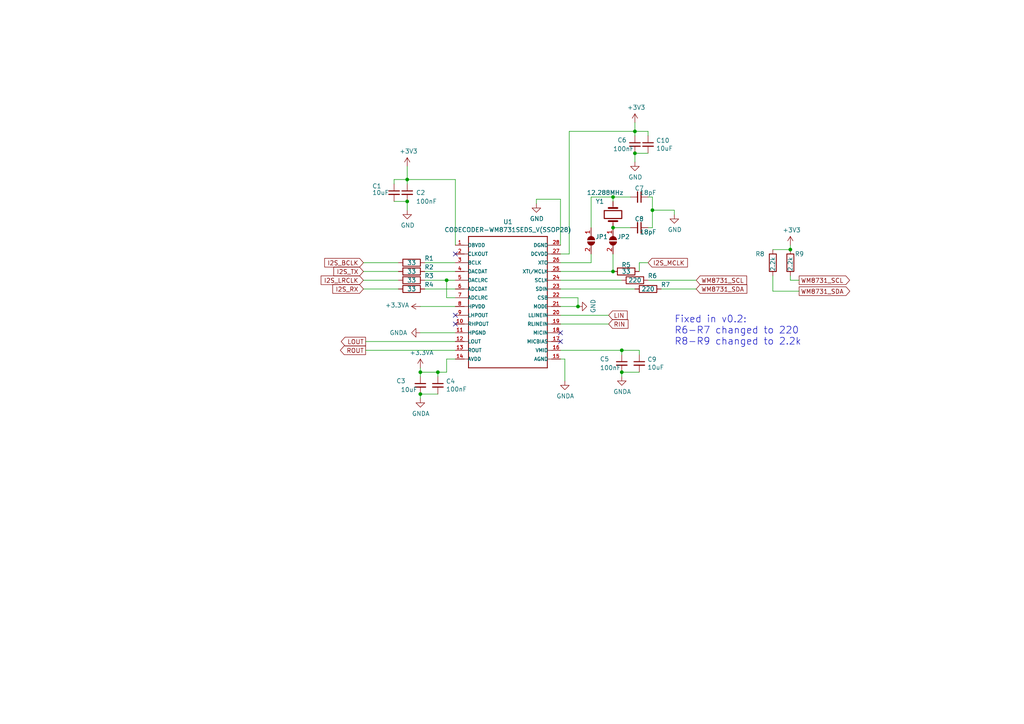
<source format=kicad_sch>
(kicad_sch (version 20211123) (generator eeschema)
  (paper "A4")
  (lib_symbols
    (symbol "Device:C_Small" (pin_numbers hide) (pin_names (offset 0.254) hide)
      (property "Reference" "C" (at 0.254 1.778 0))
      (property "Value" "C_Small" (at 0.254 -2.032 0))
      (symbol "C_Small_0_1"
        (polyline (pts (xy -1.524 -0.508) (xy 1.524 -0.508)) (stroke (width 0.3302)))
        (polyline (pts (xy -1.524 0.508) (xy 1.524 0.508)) (stroke (width 0.3048)))
      )
      (symbol "C_Small_1_1"
        (pin passive line (at 0 2.54 270) (length 2.032) (name "~") (number "1"))
        (pin passive line (at 0 -2.54 90) (length 2.032) (name "~") (number "2"))
      )
    )
    (symbol "Device:Crystal" (pin_numbers hide) (pin_names (offset 1.016) hide)
      (property "Reference" "Y" (at 0 3.81 0))
      (property "Value" "Crystal" (at 0 -3.81 0))
      (symbol "Crystal_0_1"
        (rectangle (start -1.143 2.54) (end 1.143 -2.54) (stroke (width 0.3048)))
        (polyline (pts (xy -2.54 0) (xy -1.905 0)))
        (polyline (pts (xy -1.905 -1.27) (xy -1.905 1.27)) (stroke (width 0.508)))
        (polyline (pts (xy 1.905 -1.27) (xy 1.905 1.27)) (stroke (width 0.508)))
        (polyline (pts (xy 2.54 0) (xy 1.905 0)))
      )
      (symbol "Crystal_1_1"
        (pin passive line (at -3.81 0 0) (length 1.27) (name "1") (number "1"))
        (pin passive line (at 3.81 0 180) (length 1.27) (name "2") (number "2"))
      )
    )
    (symbol "Device:R" (pin_numbers hide) (pin_names (offset 0))
      (property "Reference" "R" (at 2.032 0 90))
      (property "Value" "R" (at 0 0 90))
      (symbol "R_0_1"
        (rectangle (start -1.016 -2.54) (end 1.016 2.54) (stroke (width 0.254)))
      )
      (symbol "R_1_1"
        (pin passive line (at 0 3.81 270) (length 1.27) (name "~") (number "1"))
        (pin passive line (at 0 -3.81 90) (length 1.27) (name "~") (number "2"))
      )
    )
    (symbol "Jumper:SolderJumper_2_Open" (pin_names (offset 0) hide)
      (property "Reference" "JP" (at 0 2.032 0))
      (property "Value" "SolderJumper_2_Open" (at 0 -2.54 0))
      (symbol "SolderJumper_2_Open_0_1"
        (arc (start -0.254 1.016) (mid -1.27 0) (end -0.254 -1.016))
        (arc (start -0.254 1.016) (mid -1.27 0) (end -0.254 -1.016) (fill (type outline)))
        (polyline (pts (xy -0.254 1.016) (xy -0.254 -1.016)))
        (polyline (pts (xy 0.254 1.016) (xy 0.254 -1.016)))
        (arc (start 0.254 -1.016) (mid 1.27 0) (end 0.254 1.016))
        (arc (start 0.254 -1.016) (mid 1.27 0) (end 0.254 1.016) (fill (type outline)))
      )
      (symbol "SolderJumper_2_Open_1_1"
        (pin passive line (at -3.81 0 0) (length 2.54) (name "A") (number "1"))
        (pin passive line (at 3.81 0 180) (length 2.54) (name "B") (number "2"))
      )
    )
    (symbol "WM8731SEDS_V_SSOP28_:CODECODER-WM8731SEDS_V(SSOP28)" (pin_names (offset 1.016))
      (property "Reference" "U" (at -1.905 19.685 0))
      (property "Value" "CODECODER-WM8731SEDS_V(SSOP28)" (at -11.43 -21.59 0))
      (symbol "CODECODER-WM8731SEDS_V(SSOP28)_0_0"
        (polyline (pts (xy -13.97 -16.51) (xy -12.7 -16.51)) (stroke (width 0.1524)))
        (polyline (pts (xy -13.97 -13.97) (xy -12.7 -13.97)) (stroke (width 0.1524)))
        (polyline (pts (xy -13.97 -11.43) (xy -12.7 -11.43)) (stroke (width 0.1524)))
        (polyline (pts (xy -13.97 -8.89) (xy -12.7 -8.89)) (stroke (width 0.1524)))
        (polyline (pts (xy -13.97 -6.35) (xy -12.7 -6.35)) (stroke (width 0.1524)))
        (polyline (pts (xy -13.97 -3.81) (xy -12.7 -3.81)) (stroke (width 0.1524)))
        (polyline (pts (xy -13.97 -1.27) (xy -12.7 -1.27)) (stroke (width 0.1524)))
        (polyline (pts (xy -13.97 1.27) (xy -12.7 1.27)) (stroke (width 0.1524)))
        (polyline (pts (xy -13.97 3.81) (xy -12.7 3.81)) (stroke (width 0.1524)))
        (polyline (pts (xy -13.97 6.35) (xy -12.7 6.35)) (stroke (width 0.1524)))
        (polyline (pts (xy -13.97 8.89) (xy -12.7 8.89)) (stroke (width 0.1524)))
        (polyline (pts (xy -13.97 11.43) (xy -12.7 11.43)) (stroke (width 0.1524)))
        (polyline (pts (xy -13.97 13.97) (xy -12.7 13.97)) (stroke (width 0.1524)))
        (polyline (pts (xy -13.97 16.51) (xy -12.7 16.51)) (stroke (width 0.1524)))
        (polyline (pts (xy -12.7 -19.05) (xy -12.7 -16.51)) (stroke (width 0.254)))
        (polyline (pts (xy -12.7 -16.51) (xy -12.7 -13.97)) (stroke (width 0.254)))
        (polyline (pts (xy -12.7 -13.97) (xy -12.7 3.81)) (stroke (width 0.254)))
        (polyline (pts (xy -12.7 3.81) (xy -12.7 6.35)) (stroke (width 0.254)))
        (polyline (pts (xy -12.7 6.35) (xy -12.7 8.89)) (stroke (width 0.254)))
        (polyline (pts (xy -12.7 8.89) (xy -12.7 11.43)) (stroke (width 0.254)))
        (polyline (pts (xy -12.7 11.43) (xy -12.7 13.97)) (stroke (width 0.254)))
        (polyline (pts (xy -12.7 13.97) (xy -12.7 16.51)) (stroke (width 0.254)))
        (polyline (pts (xy -12.7 16.51) (xy -12.7 19.05)) (stroke (width 0.254)))
        (polyline (pts (xy -12.7 19.05) (xy 10.16 19.05)) (stroke (width 0.254)))
        (polyline (pts (xy 10.16 -19.05) (xy -12.7 -19.05)) (stroke (width 0.254)))
        (polyline (pts (xy 10.16 -16.51) (xy 11.43 -16.51)) (stroke (width 0.1524)))
        (polyline (pts (xy 10.16 -13.97) (xy 11.43 -13.97)) (stroke (width 0.1524)))
        (polyline (pts (xy 10.16 -11.43) (xy 11.43 -11.43)) (stroke (width 0.1524)))
        (polyline (pts (xy 10.16 -8.89) (xy 11.43 -8.89)) (stroke (width 0.1524)))
        (polyline (pts (xy 10.16 -6.35) (xy 11.43 -6.35)) (stroke (width 0.1524)))
        (polyline (pts (xy 10.16 -3.81) (xy 11.43 -3.81)) (stroke (width 0.1524)))
        (polyline (pts (xy 10.16 -1.27) (xy 11.43 -1.27)) (stroke (width 0.1524)))
        (polyline (pts (xy 10.16 1.27) (xy 11.43 1.27)) (stroke (width 0.1524)))
        (polyline (pts (xy 10.16 3.81) (xy 11.43 3.81)) (stroke (width 0.1524)))
        (polyline (pts (xy 10.16 6.35) (xy 11.43 6.35)) (stroke (width 0.1524)))
        (polyline (pts (xy 10.16 8.89) (xy 11.43 8.89)) (stroke (width 0.1524)))
        (polyline (pts (xy 10.16 11.43) (xy 11.43 11.43)) (stroke (width 0.1524)))
        (polyline (pts (xy 10.16 13.97) (xy 11.43 13.97)) (stroke (width 0.1524)))
        (polyline (pts (xy 10.16 16.51) (xy 11.43 16.51)) (stroke (width 0.1524)))
        (polyline (pts (xy 10.16 19.05) (xy 10.16 -19.05)) (stroke (width 0.254)))
        (pin power_in line (at -16.51 16.51 0) (length 2.54) (name "DBVDD") (number "1"))
        (pin bidirectional line (at -16.51 -6.35 0) (length 2.54) (name "RHPOUT") (number "10"))
        (pin power_in line (at -16.51 -8.89 0) (length 2.54) (name "HPGND") (number "11"))
        (pin output line (at -16.51 -11.43 0) (length 2.54) (name "LOUT") (number "12"))
        (pin output line (at -16.51 -13.97 0) (length 2.54) (name "ROUT") (number "13"))
        (pin power_in line (at -16.51 -16.51 0) (length 2.54) (name "AVDD") (number "14"))
        (pin power_in line (at 13.97 -16.51 180) (length 2.54) (name "AGND") (number "15"))
        (pin bidirectional line (at 13.97 -13.97 180) (length 2.54) (name "VMID") (number "16"))
        (pin bidirectional line (at 13.97 -11.43 180) (length 2.54) (name "MICBIAS") (number "17"))
        (pin input line (at 13.97 -8.89 180) (length 2.54) (name "MICIN") (number "18"))
        (pin input line (at 13.97 -6.35 180) (length 2.54) (name "RLINEIN") (number "19"))
        (pin bidirectional line (at -16.51 13.97 0) (length 2.54) (name "CLKOUT") (number "2"))
        (pin input line (at 13.97 -3.81 180) (length 2.54) (name "LLINEIN") (number "20"))
        (pin bidirectional line (at 13.97 -1.27 180) (length 2.54) (name "MODE") (number "21"))
        (pin bidirectional line (at 13.97 1.27 180) (length 2.54) (name "CSB") (number "22"))
        (pin bidirectional line (at 13.97 3.81 180) (length 2.54) (name "SDIN") (number "23"))
        (pin bidirectional line (at 13.97 6.35 180) (length 2.54) (name "SCLK") (number "24"))
        (pin bidirectional line (at 13.97 8.89 180) (length 2.54) (name "XTI/MCLK") (number "25"))
        (pin bidirectional line (at 13.97 11.43 180) (length 2.54) (name "XTO") (number "26"))
        (pin power_in line (at 13.97 13.97 180) (length 2.54) (name "DCVDD") (number "27"))
        (pin power_in line (at 13.97 16.51 180) (length 2.54) (name "DGND") (number "28"))
        (pin bidirectional line (at -16.51 11.43 0) (length 2.54) (name "BCLK") (number "3"))
        (pin bidirectional line (at -16.51 8.89 0) (length 2.54) (name "DACDAT") (number "4"))
        (pin bidirectional line (at -16.51 6.35 0) (length 2.54) (name "DACLRC") (number "5"))
        (pin bidirectional line (at -16.51 3.81 0) (length 2.54) (name "ADCDAT") (number "6"))
        (pin bidirectional line (at -16.51 1.27 0) (length 2.54) (name "ADCLRC") (number "7"))
        (pin power_in line (at -16.51 -1.27 0) (length 2.54) (name "HPVDD") (number "8"))
        (pin bidirectional line (at -16.51 -3.81 0) (length 2.54) (name "LHPOUT") (number "9"))
      )
    )
    (symbol "power:+3.3V" (power) (pin_names (offset 0))
      (property "Value" "+3.3V" (at 0 3.556 0))
      (symbol "+3.3V_0_1"
        (polyline (pts (xy -0.762 1.27) (xy 0 2.54)))
        (polyline (pts (xy 0 0) (xy 0 2.54)))
        (polyline (pts (xy 0 2.54) (xy 0.762 1.27)))
      )
      (symbol "+3.3V_1_1"
        (pin power_in line (at 0 0 90) (length 0) hide (name "+3V3") (number "1"))
      )
    )
    (symbol "power:+3.3VA" (power) (pin_names (offset 0))
      (property "Value" "+3.3VA" (at 0 3.556 0))
      (symbol "+3.3VA_0_1"
        (polyline (pts (xy -0.762 1.27) (xy 0 2.54)))
        (polyline (pts (xy 0 0) (xy 0 2.54)))
        (polyline (pts (xy 0 2.54) (xy 0.762 1.27)))
      )
      (symbol "+3.3VA_1_1"
        (pin power_in line (at 0 0 90) (length 0) hide (name "+3.3VA") (number "1"))
      )
    )
    (symbol "power:GND" (power) (pin_names (offset 0))
      (property "Value" "GND" (at 0 -3.81 0))
      (symbol "GND_0_1"
        (polyline (pts (xy 0 0) (xy 0 -1.27) (xy 1.27 -1.27) (xy 0 -2.54) (xy -1.27 -1.27) (xy 0 -1.27)))
      )
      (symbol "GND_1_1"
        (pin power_in line (at 0 0 270) (length 0) hide (name "GND") (number "1"))
      )
    )
    (symbol "power:GNDA" (power) (pin_names (offset 0))
      (property "Value" "GNDA" (at 0 -3.81 0))
      (symbol "GNDA_0_1"
        (polyline (pts (xy 0 0) (xy 0 -1.27) (xy 1.27 -1.27) (xy 0 -2.54) (xy -1.27 -1.27) (xy 0 -1.27)))
      )
      (symbol "GNDA_1_1"
        (pin power_in line (at 0 0 270) (length 0) hide (name "GNDA") (number "1"))
      )
    )
  )
  (junction (at 167.64 88.9))
  (junction (at 118.11 52.07))
  (junction (at 177.8 78.74))
  (junction (at 177.8 57.15))
  (junction (at 177.8 66.04))
  (junction (at 229.235 72.39))
  (junction (at 118.11 58.42))
  (junction (at 121.92 114.3))
  (junction (at 189.23 60.96))
  (junction (at 184.15 44.45))
  (junction (at 180.34 101.6))
  (junction (at 121.92 107.95))
  (junction (at 180.34 107.95))
  (junction (at 129.54 81.28))
  (junction (at 184.15 38.1))
  (junction (at 127 107.95))
  (no_connect (at 132.08 91.44))
  (no_connect (at 132.08 93.98))
  (no_connect (at 162.56 99.06))
  (no_connect (at 162.56 96.52))
  (no_connect (at 132.08 73.66))
  (wire (pts (xy 118.11 58.42) (xy 114.3 58.42)))
  (wire (pts (xy 195.58 60.96) (xy 195.58 62.23)))
  (wire (pts (xy 162.56 78.74) (xy 177.8 78.74)))
  (wire (pts (xy 129.54 107.95) (xy 127 107.95)))
  (wire (pts (xy 177.8 66.04) (xy 182.88 66.04)))
  (wire (pts (xy 224.155 84.455) (xy 231.775 84.455)))
  (wire (pts (xy 162.56 88.9) (xy 167.64 88.9)))
  (wire (pts (xy 121.92 115.57) (xy 121.92 114.3)))
  (wire (pts (xy 121.92 88.9) (xy 132.08 88.9)))
  (wire (pts (xy 229.235 81.28) (xy 229.235 80.01)))
  (wire (pts (xy 184.15 83.82) (xy 162.56 83.82)))
  (wire (pts (xy 123.19 76.2) (xy 132.08 76.2)))
  (wire (pts (xy 105.41 81.28) (xy 115.57 81.28)))
  (wire (pts (xy 118.11 52.07) (xy 132.08 52.07)))
  (wire (pts (xy 177.8 73.66) (xy 177.8 78.74)))
  (wire (pts (xy 191.77 83.82) (xy 201.93 83.82)))
  (wire (pts (xy 187.96 66.04) (xy 189.23 66.04)))
  (wire (pts (xy 121.92 109.22) (xy 121.92 107.95)))
  (wire (pts (xy 127 114.3) (xy 121.92 114.3)))
  (wire (pts (xy 127 107.95) (xy 121.92 107.95)))
  (wire (pts (xy 118.11 52.07) (xy 118.11 48.26)))
  (wire (pts (xy 129.54 86.36) (xy 132.08 86.36)))
  (wire (pts (xy 185.42 76.2) (xy 187.96 76.2)))
  (wire (pts (xy 177.8 57.15) (xy 182.88 57.15)))
  (wire (pts (xy 162.56 71.12) (xy 162.56 57.785)))
  (wire (pts (xy 185.42 102.87) (xy 185.42 101.6)))
  (wire (pts (xy 189.23 66.04) (xy 189.23 60.96)))
  (wire (pts (xy 201.93 81.28) (xy 187.96 81.28)))
  (wire (pts (xy 129.54 81.28) (xy 129.54 86.36)))
  (wire (pts (xy 163.83 104.14) (xy 163.83 110.49)))
  (wire (pts (xy 189.23 60.96) (xy 195.58 60.96)))
  (wire (pts (xy 162.56 57.785) (xy 155.575 57.785)))
  (wire (pts (xy 105.41 76.2) (xy 115.57 76.2)))
  (wire (pts (xy 129.54 104.14) (xy 129.54 107.95)))
  (wire (pts (xy 167.64 88.9) (xy 167.64 86.36)))
  (wire (pts (xy 132.08 104.14) (xy 129.54 104.14)))
  (wire (pts (xy 180.34 101.6) (xy 185.42 101.6)))
  (wire (pts (xy 129.54 81.28) (xy 132.08 81.28)))
  (wire (pts (xy 132.08 101.6) (xy 106.045 101.6)))
  (wire (pts (xy 162.56 101.6) (xy 180.34 101.6)))
  (wire (pts (xy 171.45 57.15) (xy 177.8 57.15)))
  (wire (pts (xy 123.19 81.28) (xy 129.54 81.28)))
  (wire (pts (xy 123.19 78.74) (xy 132.08 78.74)))
  (wire (pts (xy 132.08 52.07) (xy 132.08 71.12)))
  (wire (pts (xy 118.11 60.96) (xy 118.11 58.42)))
  (wire (pts (xy 121.92 107.95) (xy 121.92 106.68)))
  (wire (pts (xy 187.96 44.45) (xy 184.15 44.45)))
  (wire (pts (xy 162.56 86.36) (xy 167.64 86.36)))
  (wire (pts (xy 184.15 46.99) (xy 184.15 44.45)))
  (wire (pts (xy 189.23 60.96) (xy 189.23 57.15)))
  (wire (pts (xy 177.8 57.15) (xy 177.8 58.42)))
  (wire (pts (xy 187.96 38.1) (xy 184.15 38.1)))
  (wire (pts (xy 162.56 76.2) (xy 171.45 76.2)))
  (wire (pts (xy 180.34 102.87) (xy 180.34 101.6)))
  (wire (pts (xy 155.575 57.785) (xy 155.575 59.055)))
  (wire (pts (xy 229.235 81.28) (xy 231.775 81.28)))
  (wire (pts (xy 162.56 93.98) (xy 176.53 93.98)))
  (wire (pts (xy 171.45 73.66) (xy 171.45 76.2)))
  (wire (pts (xy 165.1 38.1) (xy 184.15 38.1)))
  (wire (pts (xy 105.41 78.74) (xy 115.57 78.74)))
  (wire (pts (xy 187.96 39.37) (xy 187.96 38.1)))
  (wire (pts (xy 121.92 96.52) (xy 132.08 96.52)))
  (wire (pts (xy 114.3 53.34) (xy 114.3 52.07)))
  (wire (pts (xy 105.41 83.82) (xy 115.57 83.82)))
  (wire (pts (xy 184.15 38.1) (xy 184.15 39.37)))
  (wire (pts (xy 118.11 53.34) (xy 118.11 52.07)))
  (wire (pts (xy 106.045 99.06) (xy 132.08 99.06)))
  (wire (pts (xy 162.56 104.14) (xy 163.83 104.14)))
  (wire (pts (xy 185.42 78.74) (xy 185.42 76.2)))
  (wire (pts (xy 162.56 81.28) (xy 180.34 81.28)))
  (wire (pts (xy 123.19 83.82) (xy 132.08 83.82)))
  (wire (pts (xy 162.56 73.66) (xy 165.1 73.66)))
  (wire (pts (xy 162.56 91.44) (xy 176.53 91.44)))
  (wire (pts (xy 171.45 57.15) (xy 171.45 66.04)))
  (wire (pts (xy 184.15 35.56) (xy 184.15 38.1)))
  (wire (pts (xy 224.155 72.39) (xy 229.235 72.39)))
  (wire (pts (xy 224.155 80.01) (xy 224.155 84.455)))
  (wire (pts (xy 185.42 107.95) (xy 180.34 107.95)))
  (wire (pts (xy 114.3 52.07) (xy 118.11 52.07)))
  (wire (pts (xy 180.34 109.22) (xy 180.34 107.95)))
  (wire (pts (xy 229.235 71.12) (xy 229.235 72.39)))
  (wire (pts (xy 127 109.22) (xy 127 107.95)))
  (wire (pts (xy 189.23 57.15) (xy 187.96 57.15)))
  (wire (pts (xy 165.1 38.1) (xy 165.1 73.66)))
  (text "Fixed in v0.2:\nR6-R7 changed to 220\nR8-R9 changed to 2.2k" (at 195.58 100.33 0) (effects (font (size 2 2)) (justify left bottom)))
  (global_label "WM8731_SDA" (shape output) (at 231.775 84.455 0) (property "Intersheet References" "${INTERSHEET_REFS}" (effects hide)))
  (global_label "I2S_BCLK" (shape input) (at 105.41 76.2 180) (property "Intersheet References" "${INTERSHEET_REFS}" (effects hide)))
  (global_label "WM8731_SDA" (shape input) (at 201.93 83.82 0) (property "Intersheet References" "${INTERSHEET_REFS}" (effects hide)))
  (global_label "I2S_MCLK" (shape input) (at 187.96 76.2 0) (property "Intersheet References" "${INTERSHEET_REFS}" (effects hide)))
  (global_label "WM8731_SCL" (shape input) (at 201.93 81.28 0) (property "Intersheet References" "${INTERSHEET_REFS}" (effects hide)))
  (global_label "I2S_LRCLK" (shape input) (at 105.41 81.28 180) (property "Intersheet References" "${INTERSHEET_REFS}" (effects hide)))
  (global_label "WM8731_SCL" (shape output) (at 231.775 81.28 0) (property "Intersheet References" "${INTERSHEET_REFS}" (effects hide)))
  (global_label "I2S_RX" (shape input) (at 105.41 83.82 180) (property "Intersheet References" "${INTERSHEET_REFS}" (effects hide)))
  (global_label "LIN" (shape input) (at 176.53 91.44 0) (property "Intersheet References" "${INTERSHEET_REFS}" (effects hide)))
  (global_label "LOUT" (shape output) (at 106.045 99.06 180) (property "Intersheet References" "${INTERSHEET_REFS}" (effects hide)))
  (global_label "ROUT" (shape output) (at 106.045 101.6 180) (property "Intersheet References" "${INTERSHEET_REFS}" (effects hide)))
  (global_label "RIN" (shape input) (at 176.53 93.98 0) (property "Intersheet References" "${INTERSHEET_REFS}" (effects hide)))
  (global_label "I2S_TX" (shape input) (at 105.41 78.74 180) (property "Intersheet References" "${INTERSHEET_REFS}" (effects hide)))
  (symbol (lib_id "WM8731SEDS_V_SSOP28_:CODECODER-WM8731SEDS_V(SSOP28)") (at 148.59 87.63 0) (unit 1)
    (property "Reference" "U1" (at 147.32 64.3382 0))
    (property "Value" "CODECODER-WM8731SEDS_V(SSOP28)" (at 147.32 66.6496 0))
    (property "Footprint" "Package_SO:SSOP-28_5.3x10.2mm_P0.65mm" (effects hide))
    (property "Datasheet" "WM8731SEDS/V" (effects hide))
    (property "Field4" "WM8731SEDS/V-ssop28" (effects hide))
    (property "LCSC" "C41511" (effects hide))
  )
  (symbol (lib_id "Device:C_Small") (at 118.11 55.88 0) (unit 1)
    (property "Reference" "C2" (at 120.65 55.88 0) (effects (justify left)))
    (property "Value" "100nF" (at 120.65 58.42 0) (effects (justify left)))
    (property "Footprint" "Capacitor_SMD:C_0603_1608Metric_Pad1.08x0.95mm_HandSolder" (effects hide))
    (property "LCSC" "C14663" (effects hide))
  )
  (symbol (lib_id "power:GND") (at 118.11 60.96 0) (unit 1)
    (property "Reference" "#PWR06" (effects hide))
    (property "Value" "GND" (at 118.237 65.3542 0))
  )
  (symbol (lib_id "Device:C_Small") (at 184.15 41.91 0) (unit 1)
    (property "Reference" "C6" (at 179.07 40.64 0) (effects (justify left)))
    (property "Value" "100nF" (at 177.8 43.18 0) (effects (justify left)))
    (property "Footprint" "Capacitor_SMD:C_0603_1608Metric_Pad1.08x0.95mm_HandSolder" (effects hide))
    (property "LCSC" "C14663" (effects hide))
  )
  (symbol (lib_id "power:GND") (at 184.15 46.99 0) (unit 1)
    (property "Reference" "#PWR016" (effects hide))
    (property "Value" "GND" (at 184.277 51.3842 0))
  )
  (symbol (lib_id "Device:C_Small") (at 127 111.76 0) (unit 1)
    (property "Reference" "C4" (at 129.3368 110.5916 0) (effects (justify left)))
    (property "Value" "100nF" (at 129.3368 112.903 0) (effects (justify left)))
    (property "Footprint" "Capacitor_SMD:C_0603_1608Metric_Pad1.08x0.95mm_HandSolder" (effects hide))
    (property "LCSC" "C14663" (effects hide))
  )
  (symbol (lib_id "Device:C_Small") (at 180.34 105.41 0) (unit 1)
    (property "Reference" "C5" (at 173.99 104.14 0) (effects (justify left)))
    (property "Value" "100nF" (at 173.99 106.68 0) (effects (justify left)))
    (property "Footprint" "Capacitor_SMD:C_0603_1608Metric_Pad1.08x0.95mm_HandSolder" (effects hide))
    (property "LCSC" "C14663" (effects hide))
  )
  (symbol (lib_id "power:GNDA") (at 180.34 109.22 0) (unit 1)
    (property "Reference" "#PWR014" (effects hide))
    (property "Value" "GNDA" (at 180.467 113.6142 0))
  )
  (symbol (lib_id "power:GNDA") (at 121.92 115.57 0) (unit 1)
    (property "Reference" "#PWR010" (effects hide))
    (property "Value" "GNDA" (at 122.047 119.9642 0))
  )
  (symbol (lib_id "power:GNDA") (at 163.83 110.49 0) (unit 1)
    (property "Reference" "#PWR012" (effects hide))
    (property "Value" "GNDA" (at 163.957 114.8842 0))
  )
  (symbol (lib_id "Device:R") (at 184.15 81.28 270) (unit 1)
    (property "Reference" "R6" (at 189.23 80.01 90))
    (property "Value" "220" (at 184.15 81.28 90))
    (property "Footprint" "Resistor_SMD:R_0603_1608Metric_Pad0.98x0.95mm_HandSolder" (effects hide))
    (property "LCSC" "C23140" (effects hide))
  )
  (symbol (lib_id "Device:R") (at 187.96 83.82 270) (unit 1)
    (property "Reference" "R7" (at 193.04 82.55 90))
    (property "Value" "220" (at 187.96 83.82 90))
    (property "Footprint" "Resistor_SMD:R_0603_1608Metric_Pad0.98x0.95mm_HandSolder" (effects hide))
    (property "LCSC" "C23140" (effects hide))
  )
  (symbol (lib_id "Device:R") (at 119.38 76.2 270) (unit 1)
    (property "Reference" "R1" (at 124.46 74.93 90))
    (property "Value" "33" (at 119.38 76.2 90))
    (property "Footprint" "Resistor_SMD:R_0603_1608Metric_Pad0.98x0.95mm_HandSolder" (effects hide))
    (property "LCSC" "C23140" (effects hide))
  )
  (symbol (lib_id "Device:R") (at 119.38 78.74 270) (unit 1)
    (property "Reference" "R2" (at 124.46 77.47 90))
    (property "Value" "33" (at 119.38 78.74 90))
    (property "Footprint" "Resistor_SMD:R_0603_1608Metric_Pad0.98x0.95mm_HandSolder" (effects hide))
    (property "LCSC" "C23140" (effects hide))
  )
  (symbol (lib_id "Device:R") (at 119.38 81.28 270) (unit 1)
    (property "Reference" "R3" (at 124.46 80.01 90))
    (property "Value" "33" (at 119.38 81.28 90))
    (property "Footprint" "Resistor_SMD:R_0603_1608Metric_Pad0.98x0.95mm_HandSolder" (effects hide))
    (property "LCSC" "C23140" (effects hide))
  )
  (symbol (lib_id "Device:R") (at 119.38 83.82 270) (unit 1)
    (property "Reference" "R4" (at 124.46 82.55 90))
    (property "Value" "33" (at 119.38 83.82 90))
    (property "Footprint" "Resistor_SMD:R_0603_1608Metric_Pad0.98x0.95mm_HandSolder" (effects hide))
    (property "LCSC" "C23140" (effects hide))
  )
  (symbol (lib_id "Device:Crystal") (at 177.8 62.23 270) (unit 1)
    (property "Reference" "Y1" (at 172.72 58.42 90) (effects (justify left)))
    (property "Value" "12.288MHz" (at 170.18 55.88 90) (effects (justify left)))
    (property "Footprint" "foots:Crystal_SMD_HC49-SD_seb_handsolder" (effects hide))
    (property "LCSC" "C295090" (effects hide))
  )
  (symbol (lib_id "Device:C_Small") (at 185.42 66.04 270) (unit 1)
    (property "Reference" "C8" (at 185.42 63.5 90))
    (property "Value" "18pF" (at 187.96 67.31 90))
    (property "Footprint" "Capacitor_SMD:C_0603_1608Metric_Pad1.08x0.95mm_HandSolder" (effects hide))
    (property "LCSC" "C1647" (effects hide))
  )
  (symbol (lib_id "Device:C_Small") (at 185.42 57.15 270) (unit 1)
    (property "Reference" "C7" (at 185.42 54.61 90))
    (property "Value" "18pF" (at 187.96 55.88 90))
    (property "Footprint" "Capacitor_SMD:C_0603_1608Metric_Pad1.08x0.95mm_HandSolder" (effects hide))
    (property "LCSC" "C1647" (effects hide))
  )
  (symbol (lib_id "power:GND") (at 195.58 62.23 0) (unit 1)
    (property "Reference" "#PWR017" (effects hide))
    (property "Value" "GND" (at 195.707 66.6242 0))
  )
  (symbol (lib_id "Device:R") (at 181.61 78.74 270) (unit 1)
    (property "Reference" "R5" (at 181.61 76.835 90))
    (property "Value" "33" (at 181.61 78.74 90))
    (property "Footprint" "Resistor_SMD:R_0603_1608Metric_Pad0.98x0.95mm_HandSolder" (effects hide))
    (property "LCSC" "C23140" (effects hide))
  )
  (symbol (lib_id "Device:R") (at 229.235 76.2 180) (unit 1)
    (property "Reference" "R9" (at 230.505 73.66 0) (effects (justify right)))
    (property "Value" "2.2k" (at 229.235 78.74 90) (effects (justify right)))
    (property "Footprint" "Resistor_SMD:R_0603_1608Metric_Pad0.98x0.95mm_HandSolder" (effects hide))
    (property "LCSC" "C23162" (effects hide))
  )
  (symbol (lib_id "Device:R") (at 224.155 76.2 180) (unit 1)
    (property "Reference" "R8" (at 219.075 73.66 0) (effects (justify right)))
    (property "Value" "2.2k" (at 224.155 78.74 90) (effects (justify right)))
    (property "Footprint" "Resistor_SMD:R_0603_1608Metric_Pad0.98x0.95mm_HandSolder" (effects hide))
    (property "LCSC" "C23162" (effects hide))
  )
  (symbol (lib_id "Jumper:SolderJumper_2_Open") (at 171.45 69.85 270) (unit 1)
    (property "Reference" "JP1" (at 172.6692 68.6816 90) (effects (justify left)))
    (property "Value" "SolderJumper_2_Open" (effects hide))
    (property "Footprint" "Jumper:SolderJumper-2_P1.3mm_Open_RoundedPad1.0x1.5mm" (effects hide))
    (property "LCSC" "-" (effects hide))
  )
  (symbol (lib_id "Jumper:SolderJumper_2_Open") (at 177.8 69.85 270) (unit 1)
    (property "Reference" "JP2" (at 179.0192 68.6816 90) (effects (justify left)))
    (property "Value" "SolderJumper_2_Open" (effects hide))
    (property "Footprint" "Jumper:SolderJumper-2_P1.3mm_Open_RoundedPad1.0x1.5mm" (effects hide))
    (property "LCSC" "-" (effects hide))
  )
  (symbol (lib_id "power:GND") (at 155.575 59.055 0) (unit 1)
    (property "Reference" "#PWR011" (effects hide))
    (property "Value" "GND" (at 155.702 63.4492 0))
  )
  (symbol (lib_id "power:GND") (at 167.64 88.9 90) (unit 1)
    (property "Reference" "#PWR013" (effects hide))
    (property "Value" "GND" (at 172.0342 88.773 0))
  )
  (symbol (lib_id "power:GNDA") (at 121.92 96.52 270) (unit 1)
    (property "Reference" "#PWR08" (effects hide))
    (property "Value" "GNDA" (at 115.57 96.52 90))
  )
  (symbol (lib_id "Device:C_Small") (at 114.3 55.88 0) (unit 1)
    (property "Reference" "C1" (at 107.95 53.975 0) (effects (justify left)))
    (property "Value" "10uF" (at 107.95 55.88 0) (effects (justify left)))
    (property "Footprint" "Capacitor_SMD:C_1206_3216Metric" (effects hide))
    (property "LCSC" "C13585" (effects hide))
  )
  (symbol (lib_id "Device:C_Small") (at 187.96 41.91 0) (unit 1)
    (property "Reference" "C10" (at 190.2968 40.7416 0) (effects (justify left)))
    (property "Value" "10uF" (at 190.2968 43.053 0) (effects (justify left)))
    (property "Footprint" "Capacitor_SMD:C_1206_3216Metric" (effects hide))
    (property "LCSC" "C13585" (effects hide))
  )
  (symbol (lib_id "Device:C_Small") (at 121.92 111.76 0) (unit 1)
    (property "Reference" "C3" (at 114.935 110.49 0) (effects (justify left)))
    (property "Value" "10uF" (at 116.205 113.03 0) (effects (justify left)))
    (property "Footprint" "Capacitor_SMD:C_1206_3216Metric" (effects hide))
    (property "LCSC" "C13585" (effects hide))
  )
  (symbol (lib_id "Device:C_Small") (at 185.42 105.41 0) (unit 1)
    (property "Reference" "C9" (at 187.7568 104.2416 0) (effects (justify left)))
    (property "Value" "10uF" (at 187.7568 106.553 0) (effects (justify left)))
    (property "Footprint" "Capacitor_SMD:C_1206_3216Metric" (effects hide))
    (property "LCSC" "C13585" (effects hide))
  )
  (symbol (lib_id "power:+3.3V") (at 118.11 48.26 0) (unit 1)
    (property "Reference" "#PWR05" (effects hide))
    (property "Value" "+3.3V" (at 118.491 43.8658 0))
  )
  (symbol (lib_id "power:+3.3V") (at 184.15 35.56 0) (unit 1)
    (property "Reference" "#PWR015" (effects hide))
    (property "Value" "+3.3V" (at 184.531 31.1658 0))
  )
  (symbol (lib_id "power:+3.3VA") (at 121.92 106.68 0) (unit 1)
    (property "Reference" "#PWR09" (effects hide))
    (property "Value" "+3.3VA" (at 122.301 102.2858 0))
  )
  (symbol (lib_id "power:+3.3VA") (at 121.92 88.9 90) (unit 1)
    (property "Reference" "#PWR07" (effects hide))
    (property "Value" "+3.3VA" (at 118.6942 88.519 90) (effects (justify left)))
  )
  (symbol (lib_id "power:+3.3V") (at 229.235 71.12 0) (unit 1)
    (property "Reference" "#PWR018" (effects hide))
    (property "Value" "+3.3V" (at 229.616 66.7258 0))
  )
)
</source>
